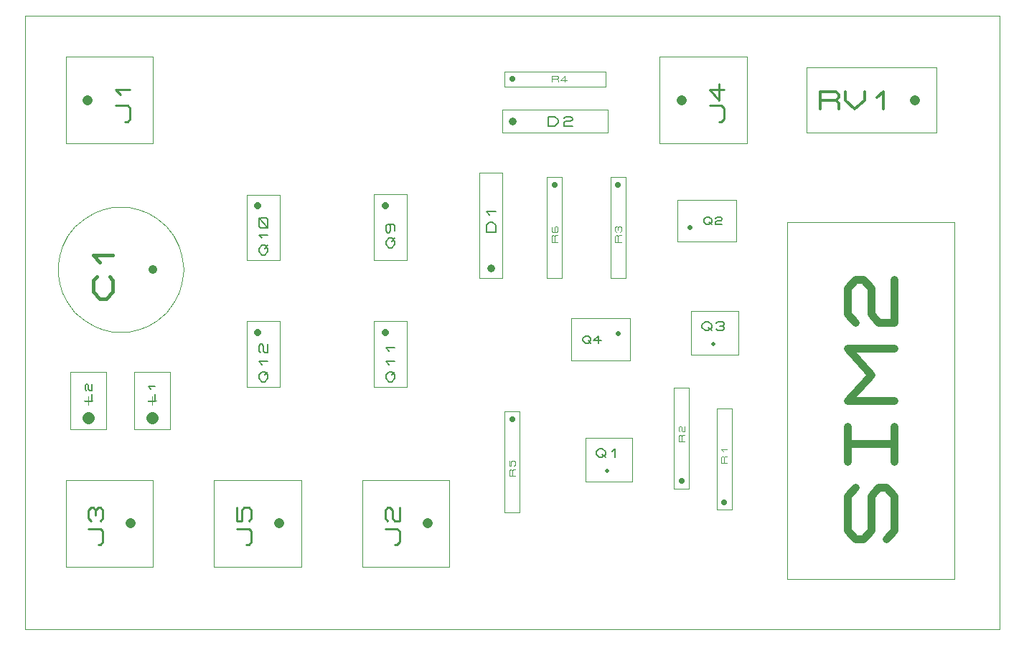
<source format=gbr>
G04 PROTEUS GERBER X2 FILE*
%TF.GenerationSoftware,Labcenter,Proteus,8.15-SP1-Build34318*%
%TF.CreationDate,2023-11-28T19:51:24+00:00*%
%TF.FileFunction,AssemblyDrawing,Top*%
%TF.FilePolarity,Positive*%
%TF.Part,Single*%
%TF.SameCoordinates,{4b54416f-b8ac-4c38-86d9-f2280a18938b}*%
%FSLAX45Y45*%
%MOMM*%
G01*
%TA.AperFunction,Material*%
%ADD20C,0.101600*%
%ADD31C,1.219200*%
%ADD32C,0.333580*%
%ADD33C,0.711200*%
%ADD34C,0.117340*%
%ADD35C,0.508000*%
%ADD36C,0.167930*%
%ADD37C,0.609600*%
%ADD38C,0.139700*%
%ADD39C,0.279730*%
%ADD40C,0.914400*%
%ADD41C,0.183130*%
%ADD42C,0.812800*%
%ADD43C,0.179490*%
%ADD44C,0.050000*%
%ADD45C,1.442720*%
%ADD46C,0.131950*%
%ADD47C,0.910330*%
%ADD48C,0.050800*%
%ADD49C,1.016000*%
%ADD50C,0.384110*%
%TA.AperFunction,Profile*%
%ADD71C,0.101600*%
%TD.AperFunction*%
D20*
X+5974920Y+6113920D02*
X+7509080Y+6113920D01*
X+7509080Y+6886080D01*
X+5974920Y+6886080D01*
X+5974920Y+6113920D01*
D31*
X+7250000Y+6500000D02*
X+7250000Y+6500000D01*
D32*
X+6131640Y+6399924D02*
X+6131640Y+6600075D01*
X+6319281Y+6600075D01*
X+6356810Y+6566717D01*
X+6356810Y+6533358D01*
X+6319281Y+6500000D01*
X+6131640Y+6500000D01*
X+6319281Y+6500000D02*
X+6356810Y+6466641D01*
X+6356810Y+6399924D01*
X+6431867Y+6600075D02*
X+6431867Y+6500000D01*
X+6544452Y+6399924D01*
X+6657037Y+6500000D01*
X+6657037Y+6600075D01*
X+6807150Y+6533358D02*
X+6882207Y+6600075D01*
X+6882207Y+6399924D01*
D20*
X+4911100Y+1661100D02*
X+5088900Y+1661100D01*
X+5088900Y+2854900D01*
X+4911100Y+2854900D01*
X+4911100Y+1661100D01*
D33*
X+5000000Y+1750000D02*
X+5000000Y+1750000D01*
D34*
X+5035204Y+2214618D02*
X+4964796Y+2214618D01*
X+4964796Y+2280625D01*
X+4976531Y+2293827D01*
X+4988265Y+2293827D01*
X+5000000Y+2280625D01*
X+5000000Y+2214618D01*
X+5000000Y+2280625D02*
X+5011735Y+2293827D01*
X+5035204Y+2293827D01*
X+4988265Y+2346633D02*
X+4964796Y+2373036D01*
X+5035204Y+2373036D01*
D20*
X+4411100Y+1911100D02*
X+4588900Y+1911100D01*
X+4588900Y+3104900D01*
X+4411100Y+3104900D01*
X+4411100Y+1911100D01*
D33*
X+4500000Y+2000000D02*
X+4500000Y+2000000D01*
D34*
X+4535204Y+2464618D02*
X+4464796Y+2464618D01*
X+4464796Y+2530625D01*
X+4476531Y+2543827D01*
X+4488265Y+2543827D01*
X+4500000Y+2530625D01*
X+4500000Y+2464618D01*
X+4500000Y+2530625D02*
X+4511735Y+2543827D01*
X+4535204Y+2543827D01*
X+4476531Y+2583431D02*
X+4464796Y+2596633D01*
X+4464796Y+2636237D01*
X+4476531Y+2649439D01*
X+4488265Y+2649439D01*
X+4500000Y+2636237D01*
X+4500000Y+2596633D01*
X+4511735Y+2583431D01*
X+4535204Y+2583431D01*
X+4535204Y+2649439D01*
D20*
X+4613920Y+3490920D02*
X+5166480Y+3490920D01*
X+5166480Y+4009080D01*
X+4613920Y+4009080D01*
X+4613920Y+3490920D01*
D35*
X+4873000Y+3623000D02*
X+4873000Y+3623000D01*
D36*
X+4739063Y+3845533D02*
X+4776847Y+3879119D01*
X+4814631Y+3879119D01*
X+4852415Y+3845533D01*
X+4852415Y+3811947D01*
X+4814631Y+3778361D01*
X+4776847Y+3778361D01*
X+4739063Y+3811947D01*
X+4739063Y+3845533D01*
X+4814631Y+3811947D02*
X+4852415Y+3778361D01*
X+4909092Y+3862326D02*
X+4927984Y+3879119D01*
X+4984660Y+3879119D01*
X+5003552Y+3862326D01*
X+5003552Y+3845533D01*
X+4984660Y+3828740D01*
X+5003552Y+3811947D01*
X+5003552Y+3795154D01*
X+4984660Y+3778361D01*
X+4927984Y+3778361D01*
X+4909092Y+3795154D01*
X+4946876Y+3828740D02*
X+4984660Y+3828740D01*
D20*
X+3363920Y+1990920D02*
X+3916480Y+1990920D01*
X+3916480Y+2509080D01*
X+3363920Y+2509080D01*
X+3363920Y+1990920D01*
D35*
X+3623000Y+2123000D02*
X+3623000Y+2123000D01*
D36*
X+3489063Y+2345533D02*
X+3526847Y+2379119D01*
X+3564631Y+2379119D01*
X+3602415Y+2345533D01*
X+3602415Y+2311947D01*
X+3564631Y+2278361D01*
X+3526847Y+2278361D01*
X+3489063Y+2311947D01*
X+3489063Y+2345533D01*
X+3564631Y+2311947D02*
X+3602415Y+2278361D01*
X+3677984Y+2345533D02*
X+3715768Y+2379119D01*
X+3715768Y+2278361D01*
D20*
X+4448820Y+4829820D02*
X+5144780Y+4829820D01*
X+5144780Y+5322580D01*
X+4448820Y+5322580D01*
X+4448820Y+4829820D01*
D37*
X+4593600Y+5000000D02*
X+4593600Y+5000000D01*
D38*
X+4758700Y+5090170D02*
X+4790132Y+5118110D01*
X+4821565Y+5118110D01*
X+4852997Y+5090170D01*
X+4852997Y+5062230D01*
X+4821565Y+5034290D01*
X+4790132Y+5034290D01*
X+4758700Y+5062230D01*
X+4758700Y+5090170D01*
X+4821565Y+5062230D02*
X+4852997Y+5034290D01*
X+4900146Y+5104140D02*
X+4915862Y+5118110D01*
X+4963011Y+5118110D01*
X+4978727Y+5104140D01*
X+4978727Y+5090170D01*
X+4963011Y+5076200D01*
X+4915862Y+5076200D01*
X+4900146Y+5062230D01*
X+4900146Y+5034290D01*
X+4978727Y+5034290D01*
D20*
X+4240920Y+5986920D02*
X+5267080Y+5986920D01*
X+5267080Y+7013080D01*
X+4240920Y+7013080D01*
X+4240920Y+5986920D01*
D31*
X+4500000Y+6500000D02*
X+4500000Y+6500000D01*
D39*
X+4941994Y+6248236D02*
X+4969968Y+6248236D01*
X+4997942Y+6279706D01*
X+4997942Y+6405588D01*
X+4969968Y+6437059D01*
X+4830099Y+6437059D01*
X+4941994Y+6688823D02*
X+4941994Y+6500000D01*
X+4830099Y+6625882D01*
X+4997942Y+6625882D01*
D20*
X+3661100Y+4395100D02*
X+3838900Y+4395100D01*
X+3838900Y+5588900D01*
X+3661100Y+5588900D01*
X+3661100Y+4395100D01*
D33*
X+3750000Y+5500000D02*
X+3750000Y+5500000D01*
D34*
X+3785204Y+4824158D02*
X+3714796Y+4824158D01*
X+3714796Y+4890165D01*
X+3726531Y+4903367D01*
X+3738265Y+4903367D01*
X+3750000Y+4890165D01*
X+3750000Y+4824158D01*
X+3750000Y+4890165D02*
X+3761735Y+4903367D01*
X+3785204Y+4903367D01*
X+3726531Y+4942971D02*
X+3714796Y+4956173D01*
X+3714796Y+4995777D01*
X+3726531Y+5008979D01*
X+3738265Y+5008979D01*
X+3750000Y+4995777D01*
X+3761735Y+5008979D01*
X+3773469Y+5008979D01*
X+3785204Y+4995777D01*
X+3785204Y+4956173D01*
X+3773469Y+4942971D01*
X+3750000Y+4969374D02*
X+3750000Y+4995777D01*
D20*
X+2411100Y+6661100D02*
X+3604900Y+6661100D01*
X+3604900Y+6838900D01*
X+2411100Y+6838900D01*
X+2411100Y+6661100D01*
D33*
X+2500000Y+6750000D02*
X+2500000Y+6750000D01*
D34*
X+2964618Y+6714796D02*
X+2964618Y+6785204D01*
X+3030625Y+6785204D01*
X+3043827Y+6773469D01*
X+3043827Y+6761735D01*
X+3030625Y+6750000D01*
X+2964618Y+6750000D01*
X+3030625Y+6750000D02*
X+3043827Y+6738265D01*
X+3043827Y+6714796D01*
X+3149439Y+6738265D02*
X+3070230Y+6738265D01*
X+3123036Y+6785204D01*
X+3123036Y+6714796D01*
D20*
X+2385700Y+6112840D02*
X+3630300Y+6112840D01*
X+3630300Y+6389700D01*
X+2385700Y+6389700D01*
X+2385700Y+6112840D01*
D40*
X+2500000Y+6250000D02*
X+2500000Y+6250000D01*
D41*
X+2923190Y+6196329D02*
X+2923190Y+6306210D01*
X+3005600Y+6306210D01*
X+3046805Y+6269583D01*
X+3046805Y+6232956D01*
X+3005600Y+6196329D01*
X+2923190Y+6196329D01*
X+3108612Y+6287896D02*
X+3129215Y+6306210D01*
X+3191022Y+6306210D01*
X+3211625Y+6287896D01*
X+3211625Y+6269583D01*
X+3191022Y+6251270D01*
X+3129215Y+6251270D01*
X+3108612Y+6232956D01*
X+3108612Y+6196329D01*
X+3211625Y+6196329D01*
D20*
X+3198820Y+3427420D02*
X+3894780Y+3427420D01*
X+3894780Y+3920180D01*
X+3198820Y+3920180D01*
X+3198820Y+3427420D01*
D37*
X+3750000Y+3750000D02*
X+3750000Y+3750000D01*
D38*
X+3333440Y+3687770D02*
X+3364872Y+3715710D01*
X+3396305Y+3715710D01*
X+3427737Y+3687770D01*
X+3427737Y+3659830D01*
X+3396305Y+3631890D01*
X+3364872Y+3631890D01*
X+3333440Y+3659830D01*
X+3333440Y+3687770D01*
X+3396305Y+3659830D02*
X+3427737Y+3631890D01*
X+3553467Y+3659830D02*
X+3459170Y+3659830D01*
X+3522035Y+3715710D01*
X+3522035Y+3631890D01*
D20*
X+2411100Y+1629100D02*
X+2588900Y+1629100D01*
X+2588900Y+2822900D01*
X+2411100Y+2822900D01*
X+2411100Y+1629100D01*
D33*
X+2500000Y+2734000D02*
X+2500000Y+2734000D01*
D34*
X+2535204Y+2058158D02*
X+2464796Y+2058158D01*
X+2464796Y+2124165D01*
X+2476531Y+2137367D01*
X+2488265Y+2137367D01*
X+2500000Y+2124165D01*
X+2500000Y+2058158D01*
X+2500000Y+2124165D02*
X+2511735Y+2137367D01*
X+2535204Y+2137367D01*
X+2464796Y+2242979D02*
X+2464796Y+2176971D01*
X+2488265Y+2176971D01*
X+2488265Y+2229777D01*
X+2500000Y+2242979D01*
X+2523469Y+2242979D01*
X+2535204Y+2229777D01*
X+2535204Y+2190173D01*
X+2523469Y+2176971D01*
D20*
X+2911100Y+4395100D02*
X+3088900Y+4395100D01*
X+3088900Y+5588900D01*
X+2911100Y+5588900D01*
X+2911100Y+4395100D01*
D33*
X+3000000Y+5500000D02*
X+3000000Y+5500000D01*
D34*
X+3035204Y+4824158D02*
X+2964796Y+4824158D01*
X+2964796Y+4890165D01*
X+2976531Y+4903367D01*
X+2988265Y+4903367D01*
X+3000000Y+4890165D01*
X+3000000Y+4824158D01*
X+3000000Y+4890165D02*
X+3011735Y+4903367D01*
X+3035204Y+4903367D01*
X+2976531Y+5008979D02*
X+2964796Y+4995777D01*
X+2964796Y+4956173D01*
X+2976531Y+4942971D01*
X+3023469Y+4942971D01*
X+3035204Y+4956173D01*
X+3035204Y+4995777D01*
X+3023469Y+5008979D01*
X+3011735Y+5008979D01*
X+3000000Y+4995777D01*
X+3000000Y+4942971D01*
D20*
X+2110300Y+4401700D02*
X+2387160Y+4401700D01*
X+2387160Y+5646300D01*
X+2110300Y+5646300D01*
X+2110300Y+4401700D01*
D40*
X+2250000Y+4516000D02*
X+2250000Y+4516000D01*
D41*
X+2303671Y+4939190D02*
X+2193790Y+4939190D01*
X+2193790Y+5021600D01*
X+2230417Y+5062805D01*
X+2267044Y+5062805D01*
X+2303671Y+5021600D01*
X+2303671Y+4939190D01*
X+2230417Y+5145215D02*
X+2193790Y+5186420D01*
X+2303671Y+5186420D01*
D20*
X+867920Y+4613920D02*
X+1259080Y+4613920D01*
X+1259080Y+5386080D01*
X+867920Y+5386080D01*
X+867920Y+4613920D01*
D42*
X+1000000Y+5254000D02*
X+1000000Y+5254000D01*
D43*
X+1045551Y+4752097D02*
X+1009652Y+4792482D01*
X+1009652Y+4832868D01*
X+1045551Y+4873254D01*
X+1081449Y+4873254D01*
X+1117348Y+4832868D01*
X+1117348Y+4792482D01*
X+1081449Y+4752097D01*
X+1045551Y+4752097D01*
X+1081449Y+4832868D02*
X+1117348Y+4873254D01*
X+1045551Y+5034797D02*
X+1063500Y+5014604D01*
X+1063500Y+4954025D01*
X+1045551Y+4933832D01*
X+1027601Y+4933832D01*
X+1009652Y+4954025D01*
X+1009652Y+5014604D01*
X+1027601Y+5034797D01*
X+1099399Y+5034797D01*
X+1117348Y+5014604D01*
X+1117348Y+4954025D01*
D20*
X+867920Y+3113920D02*
X+1259080Y+3113920D01*
X+1259080Y+3886080D01*
X+867920Y+3886080D01*
X+867920Y+3113920D01*
D42*
X+1000000Y+3754000D02*
X+1000000Y+3754000D01*
D43*
X+1045551Y+3171326D02*
X+1009652Y+3211711D01*
X+1009652Y+3252097D01*
X+1045551Y+3292483D01*
X+1081449Y+3292483D01*
X+1117348Y+3252097D01*
X+1117348Y+3211711D01*
X+1081449Y+3171326D01*
X+1045551Y+3171326D01*
X+1081449Y+3252097D02*
X+1117348Y+3292483D01*
X+1045551Y+3373254D02*
X+1009652Y+3413640D01*
X+1117348Y+3413640D01*
X+1045551Y+3534797D02*
X+1009652Y+3575183D01*
X+1117348Y+3575183D01*
D20*
X-632080Y+4609920D02*
X-240920Y+4609920D01*
X-240920Y+5382080D01*
X-632080Y+5382080D01*
X-632080Y+4609920D01*
D42*
X-500000Y+5250000D02*
X-500000Y+5250000D01*
D43*
X-454449Y+4667326D02*
X-490348Y+4707711D01*
X-490348Y+4748097D01*
X-454449Y+4788483D01*
X-418551Y+4788483D01*
X-382652Y+4748097D01*
X-382652Y+4707711D01*
X-418551Y+4667326D01*
X-454449Y+4667326D01*
X-418551Y+4748097D02*
X-382652Y+4788483D01*
X-454449Y+4869254D02*
X-490348Y+4909640D01*
X-382652Y+4909640D01*
X-400601Y+4990412D02*
X-472399Y+4990412D01*
X-490348Y+5010604D01*
X-490348Y+5091376D01*
X-472399Y+5111569D01*
X-400601Y+5111569D01*
X-382652Y+5091376D01*
X-382652Y+5010604D01*
X-400601Y+4990412D01*
X-382652Y+4990412D02*
X-490348Y+5111569D01*
D20*
X-632080Y+3113920D02*
X-240920Y+3113920D01*
X-240920Y+3886080D01*
X-632080Y+3886080D01*
X-632080Y+3113920D01*
D42*
X-500000Y+3754000D02*
X-500000Y+3754000D01*
D43*
X-454449Y+3171326D02*
X-490348Y+3211711D01*
X-490348Y+3252097D01*
X-454449Y+3292483D01*
X-418551Y+3292483D01*
X-382652Y+3252097D01*
X-382652Y+3211711D01*
X-418551Y+3171326D01*
X-454449Y+3171326D01*
X-418551Y+3252097D02*
X-382652Y+3292483D01*
X-454449Y+3373254D02*
X-490348Y+3413640D01*
X-382652Y+3413640D01*
X-472399Y+3514604D02*
X-490348Y+3534797D01*
X-490348Y+3595376D01*
X-472399Y+3615569D01*
X-454449Y+3615569D01*
X-436500Y+3595376D01*
X-436500Y+3534797D01*
X-418551Y+3514604D01*
X-382652Y+3514604D01*
X-382652Y+3615569D01*
D20*
X-1017080Y+986920D02*
X+9080Y+986920D01*
X+9080Y+2013080D01*
X-1017080Y+2013080D01*
X-1017080Y+986920D01*
D31*
X-250000Y+1500000D02*
X-250000Y+1500000D01*
D39*
X-636046Y+1248236D02*
X-608072Y+1248236D01*
X-580098Y+1279706D01*
X-580098Y+1405588D01*
X-608072Y+1437059D01*
X-747941Y+1437059D01*
X-747941Y+1688823D02*
X-747941Y+1531470D01*
X-691993Y+1531470D01*
X-691993Y+1657352D01*
X-664020Y+1688823D01*
X-608072Y+1688823D01*
X-580098Y+1657352D01*
X-580098Y+1562941D01*
X-608072Y+1531470D01*
D20*
X+732920Y+986920D02*
X+1759080Y+986920D01*
X+1759080Y+2013080D01*
X+732920Y+2013080D01*
X+732920Y+986920D01*
D31*
X+1500000Y+1500000D02*
X+1500000Y+1500000D01*
D39*
X+1113954Y+1248236D02*
X+1141928Y+1248236D01*
X+1169902Y+1279706D01*
X+1169902Y+1405588D01*
X+1141928Y+1437059D01*
X+1002059Y+1437059D01*
X+1030033Y+1531470D02*
X+1002059Y+1562941D01*
X+1002059Y+1657352D01*
X+1030033Y+1688823D01*
X+1058007Y+1688823D01*
X+1085980Y+1657352D01*
X+1085980Y+1562941D01*
X+1113954Y+1531470D01*
X+1169902Y+1531470D01*
X+1169902Y+1688823D01*
D20*
X-2767080Y+986920D02*
X-1740920Y+986920D01*
X-1740920Y+2013080D01*
X-2767080Y+2013080D01*
X-2767080Y+986920D01*
D31*
X-2000000Y+1500000D02*
X-2000000Y+1500000D01*
D39*
X-2386046Y+1248236D02*
X-2358072Y+1248236D01*
X-2330098Y+1279706D01*
X-2330098Y+1405588D01*
X-2358072Y+1437059D01*
X-2497941Y+1437059D01*
X-2469967Y+1531470D02*
X-2497941Y+1562941D01*
X-2497941Y+1657352D01*
X-2469967Y+1688823D01*
X-2441993Y+1688823D01*
X-2414020Y+1657352D01*
X-2386046Y+1688823D01*
X-2358072Y+1688823D01*
X-2330098Y+1657352D01*
X-2330098Y+1562941D01*
X-2358072Y+1531470D01*
X-2414020Y+1594411D02*
X-2414020Y+1657352D01*
D44*
X-1540000Y+2610000D02*
X-1540000Y+3290000D01*
X-1960000Y+3290000D01*
X-1960000Y+2610000D01*
X-1540000Y+2610000D01*
X-1800000Y+2950000D02*
X-1700000Y+2950000D01*
X-1750000Y+3000000D02*
X-1750000Y+2900000D01*
D45*
X-1750000Y+2750000D02*
X-1750000Y+2750000D01*
D46*
X-1789586Y+2938558D02*
X-1710413Y+2938558D01*
X-1710413Y+3027628D01*
X-1763195Y+3087008D02*
X-1789586Y+3116698D01*
X-1710413Y+3116698D01*
D44*
X-2290000Y+2610000D02*
X-2290000Y+3290000D01*
X-2710000Y+3290000D01*
X-2710000Y+2610000D01*
X-2290000Y+2610000D01*
X-2550000Y+2950000D02*
X-2450000Y+2950000D01*
X-2500000Y+3000000D02*
X-2500000Y+2900000D01*
D45*
X-2500000Y+2750000D02*
X-2500000Y+2750000D01*
D46*
X-2539586Y+2938558D02*
X-2460413Y+2938558D01*
X-2460413Y+3027628D01*
X-2526391Y+3072163D02*
X-2539586Y+3087008D01*
X-2539586Y+3131543D01*
X-2526391Y+3146388D01*
X-2513195Y+3146388D01*
X-2500000Y+3131543D01*
X-2500000Y+3087008D01*
X-2486804Y+3072163D01*
X-2460413Y+3072163D01*
X-2460413Y+3146388D01*
D20*
X+5747420Y+840920D02*
X+7717580Y+840920D01*
X+7717580Y+5061080D01*
X+5747420Y+5061080D01*
X+5747420Y+840920D01*
D47*
X+6914567Y+1312402D02*
X+7005600Y+1414814D01*
X+7005600Y+1824463D01*
X+6914567Y+1926876D01*
X+6823533Y+1926876D01*
X+6732500Y+1824463D01*
X+6732500Y+1414814D01*
X+6641467Y+1312402D01*
X+6550433Y+1312402D01*
X+6459400Y+1414814D01*
X+6459400Y+1824463D01*
X+6550433Y+1926876D01*
X+6459400Y+2234113D02*
X+6459400Y+2643762D01*
X+6459400Y+2438938D02*
X+7005600Y+2438938D01*
X+7005600Y+2234113D02*
X+7005600Y+2643762D01*
X+7005600Y+2951000D02*
X+6459400Y+2951000D01*
X+6732500Y+3258237D01*
X+6459400Y+3565474D01*
X+7005600Y+3565474D01*
X+6550433Y+3872711D02*
X+6459400Y+3975123D01*
X+6459400Y+4282360D01*
X+6550433Y+4384773D01*
X+6641467Y+4384773D01*
X+6732500Y+4282360D01*
X+6732500Y+3975123D01*
X+6823533Y+3872711D01*
X+7005600Y+3872711D01*
X+7005600Y+4384773D01*
D48*
X-1378470Y+4500000D02*
X-1380609Y+4556244D01*
X-1397949Y+4668733D01*
X-1433946Y+4781222D01*
X-1491803Y+4893711D01*
X-1578494Y+5006200D01*
X-1690421Y+5103908D01*
X-1802910Y+5169680D01*
X-1915399Y+5211991D01*
X-2027888Y+5234904D01*
X-2119000Y+5240530D01*
X-2859530Y+4500000D02*
X-2857391Y+4556244D01*
X-2840051Y+4668733D01*
X-2804054Y+4781222D01*
X-2746197Y+4893711D01*
X-2659506Y+5006200D01*
X-2547579Y+5103908D01*
X-2435090Y+5169680D01*
X-2322601Y+5211991D01*
X-2210112Y+5234904D01*
X-2119000Y+5240530D01*
X-2859530Y+4500000D02*
X-2857391Y+4443756D01*
X-2840051Y+4331267D01*
X-2804054Y+4218778D01*
X-2746197Y+4106289D01*
X-2659506Y+3993800D01*
X-2547579Y+3896092D01*
X-2435090Y+3830320D01*
X-2322601Y+3788009D01*
X-2210112Y+3765096D01*
X-2119000Y+3759470D01*
X-1378470Y+4500000D02*
X-1380609Y+4443756D01*
X-1397949Y+4331267D01*
X-1433946Y+4218778D01*
X-1491803Y+4106289D01*
X-1578494Y+3993800D01*
X-1690421Y+3896092D01*
X-1802910Y+3830320D01*
X-1915399Y+3788009D01*
X-2027888Y+3765096D01*
X-2119000Y+3759470D01*
D49*
X-1738000Y+4500000D02*
X-1738000Y+4500000D01*
D50*
X-2248612Y+4413575D02*
X-2210201Y+4370362D01*
X-2210201Y+4240725D01*
X-2287023Y+4154300D01*
X-2363846Y+4154300D01*
X-2440668Y+4240725D01*
X-2440668Y+4370362D01*
X-2402257Y+4413575D01*
X-2363846Y+4586425D02*
X-2440668Y+4672850D01*
X-2210201Y+4672850D01*
D20*
X-2767080Y+5986920D02*
X-1740920Y+5986920D01*
X-1740920Y+7013080D01*
X-2767080Y+7013080D01*
X-2767080Y+5986920D01*
D31*
X-2508000Y+6500000D02*
X-2508000Y+6500000D01*
D39*
X-2066006Y+6248236D02*
X-2038032Y+6248236D01*
X-2010058Y+6279706D01*
X-2010058Y+6405588D01*
X-2038032Y+6437059D01*
X-2177901Y+6437059D01*
X-2121953Y+6562941D02*
X-2177901Y+6625882D01*
X-2010058Y+6625882D01*
D71*
X-3250000Y+250000D02*
X+8250000Y+250000D01*
X+8250000Y+7500000D01*
X-3250000Y+7500000D01*
X-3250000Y+250000D01*
M02*

</source>
